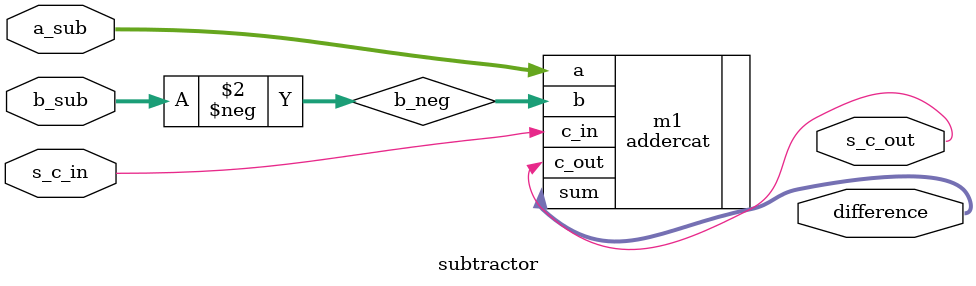
<source format=v>
`include "addercat.v"

module subtractor (
output [63:0] difference,
output s_c_out,
input [63:0] a_sub,
input [63:0] b_sub,
input s_c_in
);
reg [63:0] b_neg;
always@(a_sub | b_sub) begin
    b_neg = - b_sub;
end


addercat m1(.sum(difference[63:0]), .c_out(s_c_out), .a(a_sub[63:0]), .b(b_neg[63:0]), .c_in(s_c_in));

endmodule
</source>
